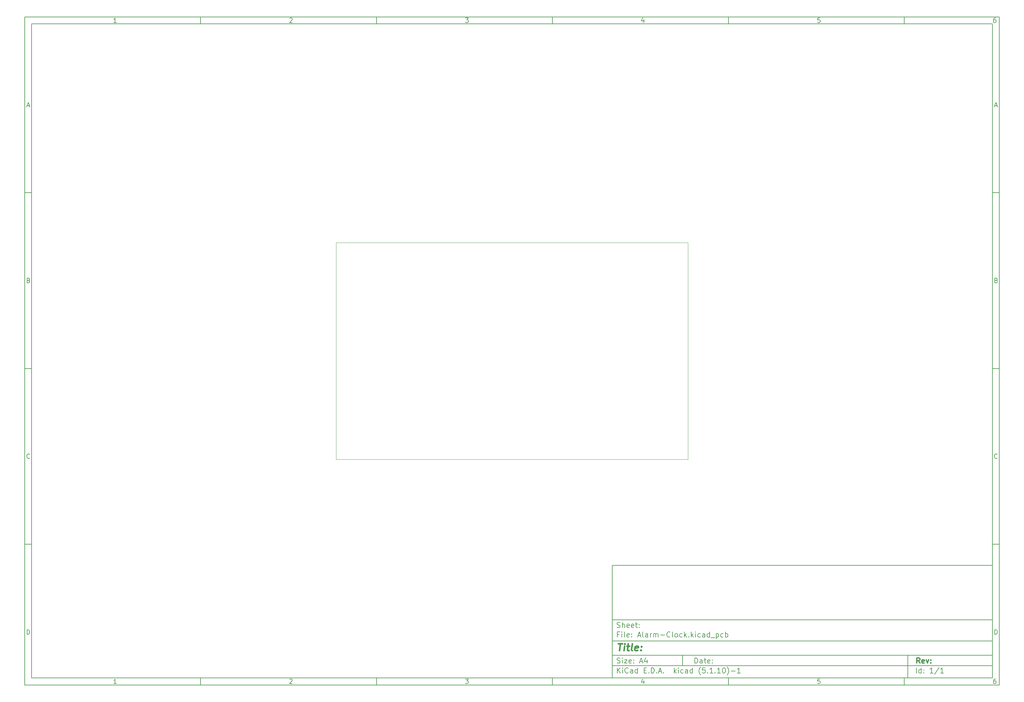
<source format=gbr>
%TF.GenerationSoftware,KiCad,Pcbnew,(5.1.10)-1*%
%TF.CreationDate,2021-11-24T23:11:52+01:00*%
%TF.ProjectId,Alarm-Clock,416c6172-6d2d-4436-9c6f-636b2e6b6963,rev?*%
%TF.SameCoordinates,Original*%
%TF.FileFunction,Profile,NP*%
%FSLAX46Y46*%
G04 Gerber Fmt 4.6, Leading zero omitted, Abs format (unit mm)*
G04 Created by KiCad (PCBNEW (5.1.10)-1) date 2021-11-24 23:11:52*
%MOMM*%
%LPD*%
G01*
G04 APERTURE LIST*
%ADD10C,0.100000*%
%ADD11C,0.150000*%
%ADD12C,0.300000*%
%ADD13C,0.400000*%
%TA.AperFunction,Profile*%
%ADD14C,0.050000*%
%TD*%
G04 APERTURE END LIST*
D10*
D11*
X177002200Y-166007200D02*
X177002200Y-198007200D01*
X285002200Y-198007200D01*
X285002200Y-166007200D01*
X177002200Y-166007200D01*
D10*
D11*
X10000000Y-10000000D02*
X10000000Y-200007200D01*
X287002200Y-200007200D01*
X287002200Y-10000000D01*
X10000000Y-10000000D01*
D10*
D11*
X12000000Y-12000000D02*
X12000000Y-198007200D01*
X285002200Y-198007200D01*
X285002200Y-12000000D01*
X12000000Y-12000000D01*
D10*
D11*
X60000000Y-12000000D02*
X60000000Y-10000000D01*
D10*
D11*
X110000000Y-12000000D02*
X110000000Y-10000000D01*
D10*
D11*
X160000000Y-12000000D02*
X160000000Y-10000000D01*
D10*
D11*
X210000000Y-12000000D02*
X210000000Y-10000000D01*
D10*
D11*
X260000000Y-12000000D02*
X260000000Y-10000000D01*
D10*
D11*
X36065476Y-11588095D02*
X35322619Y-11588095D01*
X35694047Y-11588095D02*
X35694047Y-10288095D01*
X35570238Y-10473809D01*
X35446428Y-10597619D01*
X35322619Y-10659523D01*
D10*
D11*
X85322619Y-10411904D02*
X85384523Y-10350000D01*
X85508333Y-10288095D01*
X85817857Y-10288095D01*
X85941666Y-10350000D01*
X86003571Y-10411904D01*
X86065476Y-10535714D01*
X86065476Y-10659523D01*
X86003571Y-10845238D01*
X85260714Y-11588095D01*
X86065476Y-11588095D01*
D10*
D11*
X135260714Y-10288095D02*
X136065476Y-10288095D01*
X135632142Y-10783333D01*
X135817857Y-10783333D01*
X135941666Y-10845238D01*
X136003571Y-10907142D01*
X136065476Y-11030952D01*
X136065476Y-11340476D01*
X136003571Y-11464285D01*
X135941666Y-11526190D01*
X135817857Y-11588095D01*
X135446428Y-11588095D01*
X135322619Y-11526190D01*
X135260714Y-11464285D01*
D10*
D11*
X185941666Y-10721428D02*
X185941666Y-11588095D01*
X185632142Y-10226190D02*
X185322619Y-11154761D01*
X186127380Y-11154761D01*
D10*
D11*
X236003571Y-10288095D02*
X235384523Y-10288095D01*
X235322619Y-10907142D01*
X235384523Y-10845238D01*
X235508333Y-10783333D01*
X235817857Y-10783333D01*
X235941666Y-10845238D01*
X236003571Y-10907142D01*
X236065476Y-11030952D01*
X236065476Y-11340476D01*
X236003571Y-11464285D01*
X235941666Y-11526190D01*
X235817857Y-11588095D01*
X235508333Y-11588095D01*
X235384523Y-11526190D01*
X235322619Y-11464285D01*
D10*
D11*
X285941666Y-10288095D02*
X285694047Y-10288095D01*
X285570238Y-10350000D01*
X285508333Y-10411904D01*
X285384523Y-10597619D01*
X285322619Y-10845238D01*
X285322619Y-11340476D01*
X285384523Y-11464285D01*
X285446428Y-11526190D01*
X285570238Y-11588095D01*
X285817857Y-11588095D01*
X285941666Y-11526190D01*
X286003571Y-11464285D01*
X286065476Y-11340476D01*
X286065476Y-11030952D01*
X286003571Y-10907142D01*
X285941666Y-10845238D01*
X285817857Y-10783333D01*
X285570238Y-10783333D01*
X285446428Y-10845238D01*
X285384523Y-10907142D01*
X285322619Y-11030952D01*
D10*
D11*
X60000000Y-198007200D02*
X60000000Y-200007200D01*
D10*
D11*
X110000000Y-198007200D02*
X110000000Y-200007200D01*
D10*
D11*
X160000000Y-198007200D02*
X160000000Y-200007200D01*
D10*
D11*
X210000000Y-198007200D02*
X210000000Y-200007200D01*
D10*
D11*
X260000000Y-198007200D02*
X260000000Y-200007200D01*
D10*
D11*
X36065476Y-199595295D02*
X35322619Y-199595295D01*
X35694047Y-199595295D02*
X35694047Y-198295295D01*
X35570238Y-198481009D01*
X35446428Y-198604819D01*
X35322619Y-198666723D01*
D10*
D11*
X85322619Y-198419104D02*
X85384523Y-198357200D01*
X85508333Y-198295295D01*
X85817857Y-198295295D01*
X85941666Y-198357200D01*
X86003571Y-198419104D01*
X86065476Y-198542914D01*
X86065476Y-198666723D01*
X86003571Y-198852438D01*
X85260714Y-199595295D01*
X86065476Y-199595295D01*
D10*
D11*
X135260714Y-198295295D02*
X136065476Y-198295295D01*
X135632142Y-198790533D01*
X135817857Y-198790533D01*
X135941666Y-198852438D01*
X136003571Y-198914342D01*
X136065476Y-199038152D01*
X136065476Y-199347676D01*
X136003571Y-199471485D01*
X135941666Y-199533390D01*
X135817857Y-199595295D01*
X135446428Y-199595295D01*
X135322619Y-199533390D01*
X135260714Y-199471485D01*
D10*
D11*
X185941666Y-198728628D02*
X185941666Y-199595295D01*
X185632142Y-198233390D02*
X185322619Y-199161961D01*
X186127380Y-199161961D01*
D10*
D11*
X236003571Y-198295295D02*
X235384523Y-198295295D01*
X235322619Y-198914342D01*
X235384523Y-198852438D01*
X235508333Y-198790533D01*
X235817857Y-198790533D01*
X235941666Y-198852438D01*
X236003571Y-198914342D01*
X236065476Y-199038152D01*
X236065476Y-199347676D01*
X236003571Y-199471485D01*
X235941666Y-199533390D01*
X235817857Y-199595295D01*
X235508333Y-199595295D01*
X235384523Y-199533390D01*
X235322619Y-199471485D01*
D10*
D11*
X285941666Y-198295295D02*
X285694047Y-198295295D01*
X285570238Y-198357200D01*
X285508333Y-198419104D01*
X285384523Y-198604819D01*
X285322619Y-198852438D01*
X285322619Y-199347676D01*
X285384523Y-199471485D01*
X285446428Y-199533390D01*
X285570238Y-199595295D01*
X285817857Y-199595295D01*
X285941666Y-199533390D01*
X286003571Y-199471485D01*
X286065476Y-199347676D01*
X286065476Y-199038152D01*
X286003571Y-198914342D01*
X285941666Y-198852438D01*
X285817857Y-198790533D01*
X285570238Y-198790533D01*
X285446428Y-198852438D01*
X285384523Y-198914342D01*
X285322619Y-199038152D01*
D10*
D11*
X10000000Y-60000000D02*
X12000000Y-60000000D01*
D10*
D11*
X10000000Y-110000000D02*
X12000000Y-110000000D01*
D10*
D11*
X10000000Y-160000000D02*
X12000000Y-160000000D01*
D10*
D11*
X10690476Y-35216666D02*
X11309523Y-35216666D01*
X10566666Y-35588095D02*
X11000000Y-34288095D01*
X11433333Y-35588095D01*
D10*
D11*
X11092857Y-84907142D02*
X11278571Y-84969047D01*
X11340476Y-85030952D01*
X11402380Y-85154761D01*
X11402380Y-85340476D01*
X11340476Y-85464285D01*
X11278571Y-85526190D01*
X11154761Y-85588095D01*
X10659523Y-85588095D01*
X10659523Y-84288095D01*
X11092857Y-84288095D01*
X11216666Y-84350000D01*
X11278571Y-84411904D01*
X11340476Y-84535714D01*
X11340476Y-84659523D01*
X11278571Y-84783333D01*
X11216666Y-84845238D01*
X11092857Y-84907142D01*
X10659523Y-84907142D01*
D10*
D11*
X11402380Y-135464285D02*
X11340476Y-135526190D01*
X11154761Y-135588095D01*
X11030952Y-135588095D01*
X10845238Y-135526190D01*
X10721428Y-135402380D01*
X10659523Y-135278571D01*
X10597619Y-135030952D01*
X10597619Y-134845238D01*
X10659523Y-134597619D01*
X10721428Y-134473809D01*
X10845238Y-134350000D01*
X11030952Y-134288095D01*
X11154761Y-134288095D01*
X11340476Y-134350000D01*
X11402380Y-134411904D01*
D10*
D11*
X10659523Y-185588095D02*
X10659523Y-184288095D01*
X10969047Y-184288095D01*
X11154761Y-184350000D01*
X11278571Y-184473809D01*
X11340476Y-184597619D01*
X11402380Y-184845238D01*
X11402380Y-185030952D01*
X11340476Y-185278571D01*
X11278571Y-185402380D01*
X11154761Y-185526190D01*
X10969047Y-185588095D01*
X10659523Y-185588095D01*
D10*
D11*
X287002200Y-60000000D02*
X285002200Y-60000000D01*
D10*
D11*
X287002200Y-110000000D02*
X285002200Y-110000000D01*
D10*
D11*
X287002200Y-160000000D02*
X285002200Y-160000000D01*
D10*
D11*
X285692676Y-35216666D02*
X286311723Y-35216666D01*
X285568866Y-35588095D02*
X286002200Y-34288095D01*
X286435533Y-35588095D01*
D10*
D11*
X286095057Y-84907142D02*
X286280771Y-84969047D01*
X286342676Y-85030952D01*
X286404580Y-85154761D01*
X286404580Y-85340476D01*
X286342676Y-85464285D01*
X286280771Y-85526190D01*
X286156961Y-85588095D01*
X285661723Y-85588095D01*
X285661723Y-84288095D01*
X286095057Y-84288095D01*
X286218866Y-84350000D01*
X286280771Y-84411904D01*
X286342676Y-84535714D01*
X286342676Y-84659523D01*
X286280771Y-84783333D01*
X286218866Y-84845238D01*
X286095057Y-84907142D01*
X285661723Y-84907142D01*
D10*
D11*
X286404580Y-135464285D02*
X286342676Y-135526190D01*
X286156961Y-135588095D01*
X286033152Y-135588095D01*
X285847438Y-135526190D01*
X285723628Y-135402380D01*
X285661723Y-135278571D01*
X285599819Y-135030952D01*
X285599819Y-134845238D01*
X285661723Y-134597619D01*
X285723628Y-134473809D01*
X285847438Y-134350000D01*
X286033152Y-134288095D01*
X286156961Y-134288095D01*
X286342676Y-134350000D01*
X286404580Y-134411904D01*
D10*
D11*
X285661723Y-185588095D02*
X285661723Y-184288095D01*
X285971247Y-184288095D01*
X286156961Y-184350000D01*
X286280771Y-184473809D01*
X286342676Y-184597619D01*
X286404580Y-184845238D01*
X286404580Y-185030952D01*
X286342676Y-185278571D01*
X286280771Y-185402380D01*
X286156961Y-185526190D01*
X285971247Y-185588095D01*
X285661723Y-185588095D01*
D10*
D11*
X200434342Y-193785771D02*
X200434342Y-192285771D01*
X200791485Y-192285771D01*
X201005771Y-192357200D01*
X201148628Y-192500057D01*
X201220057Y-192642914D01*
X201291485Y-192928628D01*
X201291485Y-193142914D01*
X201220057Y-193428628D01*
X201148628Y-193571485D01*
X201005771Y-193714342D01*
X200791485Y-193785771D01*
X200434342Y-193785771D01*
X202577200Y-193785771D02*
X202577200Y-193000057D01*
X202505771Y-192857200D01*
X202362914Y-192785771D01*
X202077200Y-192785771D01*
X201934342Y-192857200D01*
X202577200Y-193714342D02*
X202434342Y-193785771D01*
X202077200Y-193785771D01*
X201934342Y-193714342D01*
X201862914Y-193571485D01*
X201862914Y-193428628D01*
X201934342Y-193285771D01*
X202077200Y-193214342D01*
X202434342Y-193214342D01*
X202577200Y-193142914D01*
X203077200Y-192785771D02*
X203648628Y-192785771D01*
X203291485Y-192285771D02*
X203291485Y-193571485D01*
X203362914Y-193714342D01*
X203505771Y-193785771D01*
X203648628Y-193785771D01*
X204720057Y-193714342D02*
X204577200Y-193785771D01*
X204291485Y-193785771D01*
X204148628Y-193714342D01*
X204077200Y-193571485D01*
X204077200Y-193000057D01*
X204148628Y-192857200D01*
X204291485Y-192785771D01*
X204577200Y-192785771D01*
X204720057Y-192857200D01*
X204791485Y-193000057D01*
X204791485Y-193142914D01*
X204077200Y-193285771D01*
X205434342Y-193642914D02*
X205505771Y-193714342D01*
X205434342Y-193785771D01*
X205362914Y-193714342D01*
X205434342Y-193642914D01*
X205434342Y-193785771D01*
X205434342Y-192857200D02*
X205505771Y-192928628D01*
X205434342Y-193000057D01*
X205362914Y-192928628D01*
X205434342Y-192857200D01*
X205434342Y-193000057D01*
D10*
D11*
X177002200Y-194507200D02*
X285002200Y-194507200D01*
D10*
D11*
X178434342Y-196585771D02*
X178434342Y-195085771D01*
X179291485Y-196585771D02*
X178648628Y-195728628D01*
X179291485Y-195085771D02*
X178434342Y-195942914D01*
X179934342Y-196585771D02*
X179934342Y-195585771D01*
X179934342Y-195085771D02*
X179862914Y-195157200D01*
X179934342Y-195228628D01*
X180005771Y-195157200D01*
X179934342Y-195085771D01*
X179934342Y-195228628D01*
X181505771Y-196442914D02*
X181434342Y-196514342D01*
X181220057Y-196585771D01*
X181077200Y-196585771D01*
X180862914Y-196514342D01*
X180720057Y-196371485D01*
X180648628Y-196228628D01*
X180577200Y-195942914D01*
X180577200Y-195728628D01*
X180648628Y-195442914D01*
X180720057Y-195300057D01*
X180862914Y-195157200D01*
X181077200Y-195085771D01*
X181220057Y-195085771D01*
X181434342Y-195157200D01*
X181505771Y-195228628D01*
X182791485Y-196585771D02*
X182791485Y-195800057D01*
X182720057Y-195657200D01*
X182577200Y-195585771D01*
X182291485Y-195585771D01*
X182148628Y-195657200D01*
X182791485Y-196514342D02*
X182648628Y-196585771D01*
X182291485Y-196585771D01*
X182148628Y-196514342D01*
X182077200Y-196371485D01*
X182077200Y-196228628D01*
X182148628Y-196085771D01*
X182291485Y-196014342D01*
X182648628Y-196014342D01*
X182791485Y-195942914D01*
X184148628Y-196585771D02*
X184148628Y-195085771D01*
X184148628Y-196514342D02*
X184005771Y-196585771D01*
X183720057Y-196585771D01*
X183577200Y-196514342D01*
X183505771Y-196442914D01*
X183434342Y-196300057D01*
X183434342Y-195871485D01*
X183505771Y-195728628D01*
X183577200Y-195657200D01*
X183720057Y-195585771D01*
X184005771Y-195585771D01*
X184148628Y-195657200D01*
X186005771Y-195800057D02*
X186505771Y-195800057D01*
X186720057Y-196585771D02*
X186005771Y-196585771D01*
X186005771Y-195085771D01*
X186720057Y-195085771D01*
X187362914Y-196442914D02*
X187434342Y-196514342D01*
X187362914Y-196585771D01*
X187291485Y-196514342D01*
X187362914Y-196442914D01*
X187362914Y-196585771D01*
X188077200Y-196585771D02*
X188077200Y-195085771D01*
X188434342Y-195085771D01*
X188648628Y-195157200D01*
X188791485Y-195300057D01*
X188862914Y-195442914D01*
X188934342Y-195728628D01*
X188934342Y-195942914D01*
X188862914Y-196228628D01*
X188791485Y-196371485D01*
X188648628Y-196514342D01*
X188434342Y-196585771D01*
X188077200Y-196585771D01*
X189577200Y-196442914D02*
X189648628Y-196514342D01*
X189577200Y-196585771D01*
X189505771Y-196514342D01*
X189577200Y-196442914D01*
X189577200Y-196585771D01*
X190220057Y-196157200D02*
X190934342Y-196157200D01*
X190077200Y-196585771D02*
X190577200Y-195085771D01*
X191077200Y-196585771D01*
X191577200Y-196442914D02*
X191648628Y-196514342D01*
X191577200Y-196585771D01*
X191505771Y-196514342D01*
X191577200Y-196442914D01*
X191577200Y-196585771D01*
X194577200Y-196585771D02*
X194577200Y-195085771D01*
X194720057Y-196014342D02*
X195148628Y-196585771D01*
X195148628Y-195585771D02*
X194577200Y-196157200D01*
X195791485Y-196585771D02*
X195791485Y-195585771D01*
X195791485Y-195085771D02*
X195720057Y-195157200D01*
X195791485Y-195228628D01*
X195862914Y-195157200D01*
X195791485Y-195085771D01*
X195791485Y-195228628D01*
X197148628Y-196514342D02*
X197005771Y-196585771D01*
X196720057Y-196585771D01*
X196577200Y-196514342D01*
X196505771Y-196442914D01*
X196434342Y-196300057D01*
X196434342Y-195871485D01*
X196505771Y-195728628D01*
X196577200Y-195657200D01*
X196720057Y-195585771D01*
X197005771Y-195585771D01*
X197148628Y-195657200D01*
X198434342Y-196585771D02*
X198434342Y-195800057D01*
X198362914Y-195657200D01*
X198220057Y-195585771D01*
X197934342Y-195585771D01*
X197791485Y-195657200D01*
X198434342Y-196514342D02*
X198291485Y-196585771D01*
X197934342Y-196585771D01*
X197791485Y-196514342D01*
X197720057Y-196371485D01*
X197720057Y-196228628D01*
X197791485Y-196085771D01*
X197934342Y-196014342D01*
X198291485Y-196014342D01*
X198434342Y-195942914D01*
X199791485Y-196585771D02*
X199791485Y-195085771D01*
X199791485Y-196514342D02*
X199648628Y-196585771D01*
X199362914Y-196585771D01*
X199220057Y-196514342D01*
X199148628Y-196442914D01*
X199077200Y-196300057D01*
X199077200Y-195871485D01*
X199148628Y-195728628D01*
X199220057Y-195657200D01*
X199362914Y-195585771D01*
X199648628Y-195585771D01*
X199791485Y-195657200D01*
X202077200Y-197157200D02*
X202005771Y-197085771D01*
X201862914Y-196871485D01*
X201791485Y-196728628D01*
X201720057Y-196514342D01*
X201648628Y-196157200D01*
X201648628Y-195871485D01*
X201720057Y-195514342D01*
X201791485Y-195300057D01*
X201862914Y-195157200D01*
X202005771Y-194942914D01*
X202077200Y-194871485D01*
X203362914Y-195085771D02*
X202648628Y-195085771D01*
X202577200Y-195800057D01*
X202648628Y-195728628D01*
X202791485Y-195657200D01*
X203148628Y-195657200D01*
X203291485Y-195728628D01*
X203362914Y-195800057D01*
X203434342Y-195942914D01*
X203434342Y-196300057D01*
X203362914Y-196442914D01*
X203291485Y-196514342D01*
X203148628Y-196585771D01*
X202791485Y-196585771D01*
X202648628Y-196514342D01*
X202577200Y-196442914D01*
X204077200Y-196442914D02*
X204148628Y-196514342D01*
X204077200Y-196585771D01*
X204005771Y-196514342D01*
X204077200Y-196442914D01*
X204077200Y-196585771D01*
X205577200Y-196585771D02*
X204720057Y-196585771D01*
X205148628Y-196585771D02*
X205148628Y-195085771D01*
X205005771Y-195300057D01*
X204862914Y-195442914D01*
X204720057Y-195514342D01*
X206220057Y-196442914D02*
X206291485Y-196514342D01*
X206220057Y-196585771D01*
X206148628Y-196514342D01*
X206220057Y-196442914D01*
X206220057Y-196585771D01*
X207720057Y-196585771D02*
X206862914Y-196585771D01*
X207291485Y-196585771D02*
X207291485Y-195085771D01*
X207148628Y-195300057D01*
X207005771Y-195442914D01*
X206862914Y-195514342D01*
X208648628Y-195085771D02*
X208791485Y-195085771D01*
X208934342Y-195157200D01*
X209005771Y-195228628D01*
X209077200Y-195371485D01*
X209148628Y-195657200D01*
X209148628Y-196014342D01*
X209077200Y-196300057D01*
X209005771Y-196442914D01*
X208934342Y-196514342D01*
X208791485Y-196585771D01*
X208648628Y-196585771D01*
X208505771Y-196514342D01*
X208434342Y-196442914D01*
X208362914Y-196300057D01*
X208291485Y-196014342D01*
X208291485Y-195657200D01*
X208362914Y-195371485D01*
X208434342Y-195228628D01*
X208505771Y-195157200D01*
X208648628Y-195085771D01*
X209648628Y-197157200D02*
X209720057Y-197085771D01*
X209862914Y-196871485D01*
X209934342Y-196728628D01*
X210005771Y-196514342D01*
X210077200Y-196157200D01*
X210077200Y-195871485D01*
X210005771Y-195514342D01*
X209934342Y-195300057D01*
X209862914Y-195157200D01*
X209720057Y-194942914D01*
X209648628Y-194871485D01*
X210791485Y-196014342D02*
X211934342Y-196014342D01*
X213434342Y-196585771D02*
X212577200Y-196585771D01*
X213005771Y-196585771D02*
X213005771Y-195085771D01*
X212862914Y-195300057D01*
X212720057Y-195442914D01*
X212577200Y-195514342D01*
D10*
D11*
X177002200Y-191507200D02*
X285002200Y-191507200D01*
D10*
D12*
X264411485Y-193785771D02*
X263911485Y-193071485D01*
X263554342Y-193785771D02*
X263554342Y-192285771D01*
X264125771Y-192285771D01*
X264268628Y-192357200D01*
X264340057Y-192428628D01*
X264411485Y-192571485D01*
X264411485Y-192785771D01*
X264340057Y-192928628D01*
X264268628Y-193000057D01*
X264125771Y-193071485D01*
X263554342Y-193071485D01*
X265625771Y-193714342D02*
X265482914Y-193785771D01*
X265197200Y-193785771D01*
X265054342Y-193714342D01*
X264982914Y-193571485D01*
X264982914Y-193000057D01*
X265054342Y-192857200D01*
X265197200Y-192785771D01*
X265482914Y-192785771D01*
X265625771Y-192857200D01*
X265697200Y-193000057D01*
X265697200Y-193142914D01*
X264982914Y-193285771D01*
X266197200Y-192785771D02*
X266554342Y-193785771D01*
X266911485Y-192785771D01*
X267482914Y-193642914D02*
X267554342Y-193714342D01*
X267482914Y-193785771D01*
X267411485Y-193714342D01*
X267482914Y-193642914D01*
X267482914Y-193785771D01*
X267482914Y-192857200D02*
X267554342Y-192928628D01*
X267482914Y-193000057D01*
X267411485Y-192928628D01*
X267482914Y-192857200D01*
X267482914Y-193000057D01*
D10*
D11*
X178362914Y-193714342D02*
X178577200Y-193785771D01*
X178934342Y-193785771D01*
X179077200Y-193714342D01*
X179148628Y-193642914D01*
X179220057Y-193500057D01*
X179220057Y-193357200D01*
X179148628Y-193214342D01*
X179077200Y-193142914D01*
X178934342Y-193071485D01*
X178648628Y-193000057D01*
X178505771Y-192928628D01*
X178434342Y-192857200D01*
X178362914Y-192714342D01*
X178362914Y-192571485D01*
X178434342Y-192428628D01*
X178505771Y-192357200D01*
X178648628Y-192285771D01*
X179005771Y-192285771D01*
X179220057Y-192357200D01*
X179862914Y-193785771D02*
X179862914Y-192785771D01*
X179862914Y-192285771D02*
X179791485Y-192357200D01*
X179862914Y-192428628D01*
X179934342Y-192357200D01*
X179862914Y-192285771D01*
X179862914Y-192428628D01*
X180434342Y-192785771D02*
X181220057Y-192785771D01*
X180434342Y-193785771D01*
X181220057Y-193785771D01*
X182362914Y-193714342D02*
X182220057Y-193785771D01*
X181934342Y-193785771D01*
X181791485Y-193714342D01*
X181720057Y-193571485D01*
X181720057Y-193000057D01*
X181791485Y-192857200D01*
X181934342Y-192785771D01*
X182220057Y-192785771D01*
X182362914Y-192857200D01*
X182434342Y-193000057D01*
X182434342Y-193142914D01*
X181720057Y-193285771D01*
X183077200Y-193642914D02*
X183148628Y-193714342D01*
X183077200Y-193785771D01*
X183005771Y-193714342D01*
X183077200Y-193642914D01*
X183077200Y-193785771D01*
X183077200Y-192857200D02*
X183148628Y-192928628D01*
X183077200Y-193000057D01*
X183005771Y-192928628D01*
X183077200Y-192857200D01*
X183077200Y-193000057D01*
X184862914Y-193357200D02*
X185577200Y-193357200D01*
X184720057Y-193785771D02*
X185220057Y-192285771D01*
X185720057Y-193785771D01*
X186862914Y-192785771D02*
X186862914Y-193785771D01*
X186505771Y-192214342D02*
X186148628Y-193285771D01*
X187077200Y-193285771D01*
D10*
D11*
X263434342Y-196585771D02*
X263434342Y-195085771D01*
X264791485Y-196585771D02*
X264791485Y-195085771D01*
X264791485Y-196514342D02*
X264648628Y-196585771D01*
X264362914Y-196585771D01*
X264220057Y-196514342D01*
X264148628Y-196442914D01*
X264077200Y-196300057D01*
X264077200Y-195871485D01*
X264148628Y-195728628D01*
X264220057Y-195657200D01*
X264362914Y-195585771D01*
X264648628Y-195585771D01*
X264791485Y-195657200D01*
X265505771Y-196442914D02*
X265577200Y-196514342D01*
X265505771Y-196585771D01*
X265434342Y-196514342D01*
X265505771Y-196442914D01*
X265505771Y-196585771D01*
X265505771Y-195657200D02*
X265577200Y-195728628D01*
X265505771Y-195800057D01*
X265434342Y-195728628D01*
X265505771Y-195657200D01*
X265505771Y-195800057D01*
X268148628Y-196585771D02*
X267291485Y-196585771D01*
X267720057Y-196585771D02*
X267720057Y-195085771D01*
X267577200Y-195300057D01*
X267434342Y-195442914D01*
X267291485Y-195514342D01*
X269862914Y-195014342D02*
X268577200Y-196942914D01*
X271148628Y-196585771D02*
X270291485Y-196585771D01*
X270720057Y-196585771D02*
X270720057Y-195085771D01*
X270577200Y-195300057D01*
X270434342Y-195442914D01*
X270291485Y-195514342D01*
D10*
D11*
X177002200Y-187507200D02*
X285002200Y-187507200D01*
D10*
D13*
X178714580Y-188211961D02*
X179857438Y-188211961D01*
X179036009Y-190211961D02*
X179286009Y-188211961D01*
X180274104Y-190211961D02*
X180440771Y-188878628D01*
X180524104Y-188211961D02*
X180416961Y-188307200D01*
X180500295Y-188402438D01*
X180607438Y-188307200D01*
X180524104Y-188211961D01*
X180500295Y-188402438D01*
X181107438Y-188878628D02*
X181869342Y-188878628D01*
X181476485Y-188211961D02*
X181262200Y-189926247D01*
X181333628Y-190116723D01*
X181512200Y-190211961D01*
X181702676Y-190211961D01*
X182655057Y-190211961D02*
X182476485Y-190116723D01*
X182405057Y-189926247D01*
X182619342Y-188211961D01*
X184190771Y-190116723D02*
X183988390Y-190211961D01*
X183607438Y-190211961D01*
X183428866Y-190116723D01*
X183357438Y-189926247D01*
X183452676Y-189164342D01*
X183571723Y-188973866D01*
X183774104Y-188878628D01*
X184155057Y-188878628D01*
X184333628Y-188973866D01*
X184405057Y-189164342D01*
X184381247Y-189354819D01*
X183405057Y-189545295D01*
X185155057Y-190021485D02*
X185238390Y-190116723D01*
X185131247Y-190211961D01*
X185047914Y-190116723D01*
X185155057Y-190021485D01*
X185131247Y-190211961D01*
X185286009Y-188973866D02*
X185369342Y-189069104D01*
X185262200Y-189164342D01*
X185178866Y-189069104D01*
X185286009Y-188973866D01*
X185262200Y-189164342D01*
D10*
D11*
X178934342Y-185600057D02*
X178434342Y-185600057D01*
X178434342Y-186385771D02*
X178434342Y-184885771D01*
X179148628Y-184885771D01*
X179720057Y-186385771D02*
X179720057Y-185385771D01*
X179720057Y-184885771D02*
X179648628Y-184957200D01*
X179720057Y-185028628D01*
X179791485Y-184957200D01*
X179720057Y-184885771D01*
X179720057Y-185028628D01*
X180648628Y-186385771D02*
X180505771Y-186314342D01*
X180434342Y-186171485D01*
X180434342Y-184885771D01*
X181791485Y-186314342D02*
X181648628Y-186385771D01*
X181362914Y-186385771D01*
X181220057Y-186314342D01*
X181148628Y-186171485D01*
X181148628Y-185600057D01*
X181220057Y-185457200D01*
X181362914Y-185385771D01*
X181648628Y-185385771D01*
X181791485Y-185457200D01*
X181862914Y-185600057D01*
X181862914Y-185742914D01*
X181148628Y-185885771D01*
X182505771Y-186242914D02*
X182577200Y-186314342D01*
X182505771Y-186385771D01*
X182434342Y-186314342D01*
X182505771Y-186242914D01*
X182505771Y-186385771D01*
X182505771Y-185457200D02*
X182577200Y-185528628D01*
X182505771Y-185600057D01*
X182434342Y-185528628D01*
X182505771Y-185457200D01*
X182505771Y-185600057D01*
X184291485Y-185957200D02*
X185005771Y-185957200D01*
X184148628Y-186385771D02*
X184648628Y-184885771D01*
X185148628Y-186385771D01*
X185862914Y-186385771D02*
X185720057Y-186314342D01*
X185648628Y-186171485D01*
X185648628Y-184885771D01*
X187077200Y-186385771D02*
X187077200Y-185600057D01*
X187005771Y-185457200D01*
X186862914Y-185385771D01*
X186577200Y-185385771D01*
X186434342Y-185457200D01*
X187077200Y-186314342D02*
X186934342Y-186385771D01*
X186577200Y-186385771D01*
X186434342Y-186314342D01*
X186362914Y-186171485D01*
X186362914Y-186028628D01*
X186434342Y-185885771D01*
X186577200Y-185814342D01*
X186934342Y-185814342D01*
X187077200Y-185742914D01*
X187791485Y-186385771D02*
X187791485Y-185385771D01*
X187791485Y-185671485D02*
X187862914Y-185528628D01*
X187934342Y-185457200D01*
X188077200Y-185385771D01*
X188220057Y-185385771D01*
X188720057Y-186385771D02*
X188720057Y-185385771D01*
X188720057Y-185528628D02*
X188791485Y-185457200D01*
X188934342Y-185385771D01*
X189148628Y-185385771D01*
X189291485Y-185457200D01*
X189362914Y-185600057D01*
X189362914Y-186385771D01*
X189362914Y-185600057D02*
X189434342Y-185457200D01*
X189577200Y-185385771D01*
X189791485Y-185385771D01*
X189934342Y-185457200D01*
X190005771Y-185600057D01*
X190005771Y-186385771D01*
X190720057Y-185814342D02*
X191862914Y-185814342D01*
X193434342Y-186242914D02*
X193362914Y-186314342D01*
X193148628Y-186385771D01*
X193005771Y-186385771D01*
X192791485Y-186314342D01*
X192648628Y-186171485D01*
X192577200Y-186028628D01*
X192505771Y-185742914D01*
X192505771Y-185528628D01*
X192577200Y-185242914D01*
X192648628Y-185100057D01*
X192791485Y-184957200D01*
X193005771Y-184885771D01*
X193148628Y-184885771D01*
X193362914Y-184957200D01*
X193434342Y-185028628D01*
X194291485Y-186385771D02*
X194148628Y-186314342D01*
X194077200Y-186171485D01*
X194077200Y-184885771D01*
X195077200Y-186385771D02*
X194934342Y-186314342D01*
X194862914Y-186242914D01*
X194791485Y-186100057D01*
X194791485Y-185671485D01*
X194862914Y-185528628D01*
X194934342Y-185457200D01*
X195077200Y-185385771D01*
X195291485Y-185385771D01*
X195434342Y-185457200D01*
X195505771Y-185528628D01*
X195577200Y-185671485D01*
X195577200Y-186100057D01*
X195505771Y-186242914D01*
X195434342Y-186314342D01*
X195291485Y-186385771D01*
X195077200Y-186385771D01*
X196862914Y-186314342D02*
X196720057Y-186385771D01*
X196434342Y-186385771D01*
X196291485Y-186314342D01*
X196220057Y-186242914D01*
X196148628Y-186100057D01*
X196148628Y-185671485D01*
X196220057Y-185528628D01*
X196291485Y-185457200D01*
X196434342Y-185385771D01*
X196720057Y-185385771D01*
X196862914Y-185457200D01*
X197505771Y-186385771D02*
X197505771Y-184885771D01*
X197648628Y-185814342D02*
X198077200Y-186385771D01*
X198077200Y-185385771D02*
X197505771Y-185957200D01*
X198720057Y-186242914D02*
X198791485Y-186314342D01*
X198720057Y-186385771D01*
X198648628Y-186314342D01*
X198720057Y-186242914D01*
X198720057Y-186385771D01*
X199434342Y-186385771D02*
X199434342Y-184885771D01*
X199577200Y-185814342D02*
X200005771Y-186385771D01*
X200005771Y-185385771D02*
X199434342Y-185957200D01*
X200648628Y-186385771D02*
X200648628Y-185385771D01*
X200648628Y-184885771D02*
X200577200Y-184957200D01*
X200648628Y-185028628D01*
X200720057Y-184957200D01*
X200648628Y-184885771D01*
X200648628Y-185028628D01*
X202005771Y-186314342D02*
X201862914Y-186385771D01*
X201577200Y-186385771D01*
X201434342Y-186314342D01*
X201362914Y-186242914D01*
X201291485Y-186100057D01*
X201291485Y-185671485D01*
X201362914Y-185528628D01*
X201434342Y-185457200D01*
X201577200Y-185385771D01*
X201862914Y-185385771D01*
X202005771Y-185457200D01*
X203291485Y-186385771D02*
X203291485Y-185600057D01*
X203220057Y-185457200D01*
X203077200Y-185385771D01*
X202791485Y-185385771D01*
X202648628Y-185457200D01*
X203291485Y-186314342D02*
X203148628Y-186385771D01*
X202791485Y-186385771D01*
X202648628Y-186314342D01*
X202577200Y-186171485D01*
X202577200Y-186028628D01*
X202648628Y-185885771D01*
X202791485Y-185814342D01*
X203148628Y-185814342D01*
X203291485Y-185742914D01*
X204648628Y-186385771D02*
X204648628Y-184885771D01*
X204648628Y-186314342D02*
X204505771Y-186385771D01*
X204220057Y-186385771D01*
X204077200Y-186314342D01*
X204005771Y-186242914D01*
X203934342Y-186100057D01*
X203934342Y-185671485D01*
X204005771Y-185528628D01*
X204077200Y-185457200D01*
X204220057Y-185385771D01*
X204505771Y-185385771D01*
X204648628Y-185457200D01*
X205005771Y-186528628D02*
X206148628Y-186528628D01*
X206505771Y-185385771D02*
X206505771Y-186885771D01*
X206505771Y-185457200D02*
X206648628Y-185385771D01*
X206934342Y-185385771D01*
X207077200Y-185457200D01*
X207148628Y-185528628D01*
X207220057Y-185671485D01*
X207220057Y-186100057D01*
X207148628Y-186242914D01*
X207077200Y-186314342D01*
X206934342Y-186385771D01*
X206648628Y-186385771D01*
X206505771Y-186314342D01*
X208505771Y-186314342D02*
X208362914Y-186385771D01*
X208077200Y-186385771D01*
X207934342Y-186314342D01*
X207862914Y-186242914D01*
X207791485Y-186100057D01*
X207791485Y-185671485D01*
X207862914Y-185528628D01*
X207934342Y-185457200D01*
X208077200Y-185385771D01*
X208362914Y-185385771D01*
X208505771Y-185457200D01*
X209148628Y-186385771D02*
X209148628Y-184885771D01*
X209148628Y-185457200D02*
X209291485Y-185385771D01*
X209577200Y-185385771D01*
X209720057Y-185457200D01*
X209791485Y-185528628D01*
X209862914Y-185671485D01*
X209862914Y-186100057D01*
X209791485Y-186242914D01*
X209720057Y-186314342D01*
X209577200Y-186385771D01*
X209291485Y-186385771D01*
X209148628Y-186314342D01*
D10*
D11*
X177002200Y-181507200D02*
X285002200Y-181507200D01*
D10*
D11*
X178362914Y-183614342D02*
X178577200Y-183685771D01*
X178934342Y-183685771D01*
X179077200Y-183614342D01*
X179148628Y-183542914D01*
X179220057Y-183400057D01*
X179220057Y-183257200D01*
X179148628Y-183114342D01*
X179077200Y-183042914D01*
X178934342Y-182971485D01*
X178648628Y-182900057D01*
X178505771Y-182828628D01*
X178434342Y-182757200D01*
X178362914Y-182614342D01*
X178362914Y-182471485D01*
X178434342Y-182328628D01*
X178505771Y-182257200D01*
X178648628Y-182185771D01*
X179005771Y-182185771D01*
X179220057Y-182257200D01*
X179862914Y-183685771D02*
X179862914Y-182185771D01*
X180505771Y-183685771D02*
X180505771Y-182900057D01*
X180434342Y-182757200D01*
X180291485Y-182685771D01*
X180077200Y-182685771D01*
X179934342Y-182757200D01*
X179862914Y-182828628D01*
X181791485Y-183614342D02*
X181648628Y-183685771D01*
X181362914Y-183685771D01*
X181220057Y-183614342D01*
X181148628Y-183471485D01*
X181148628Y-182900057D01*
X181220057Y-182757200D01*
X181362914Y-182685771D01*
X181648628Y-182685771D01*
X181791485Y-182757200D01*
X181862914Y-182900057D01*
X181862914Y-183042914D01*
X181148628Y-183185771D01*
X183077200Y-183614342D02*
X182934342Y-183685771D01*
X182648628Y-183685771D01*
X182505771Y-183614342D01*
X182434342Y-183471485D01*
X182434342Y-182900057D01*
X182505771Y-182757200D01*
X182648628Y-182685771D01*
X182934342Y-182685771D01*
X183077200Y-182757200D01*
X183148628Y-182900057D01*
X183148628Y-183042914D01*
X182434342Y-183185771D01*
X183577200Y-182685771D02*
X184148628Y-182685771D01*
X183791485Y-182185771D02*
X183791485Y-183471485D01*
X183862914Y-183614342D01*
X184005771Y-183685771D01*
X184148628Y-183685771D01*
X184648628Y-183542914D02*
X184720057Y-183614342D01*
X184648628Y-183685771D01*
X184577200Y-183614342D01*
X184648628Y-183542914D01*
X184648628Y-183685771D01*
X184648628Y-182757200D02*
X184720057Y-182828628D01*
X184648628Y-182900057D01*
X184577200Y-182828628D01*
X184648628Y-182757200D01*
X184648628Y-182900057D01*
D10*
D11*
X197002200Y-191507200D02*
X197002200Y-194507200D01*
D10*
D11*
X261002200Y-191507200D02*
X261002200Y-198007200D01*
D14*
X98501100Y-135796100D02*
X198501100Y-135796100D01*
X198501100Y-135796100D02*
X198501100Y-74211100D01*
X198501100Y-74211100D02*
X98501100Y-74211100D01*
X98501100Y-74211100D02*
X98501100Y-135796100D01*
M02*

</source>
